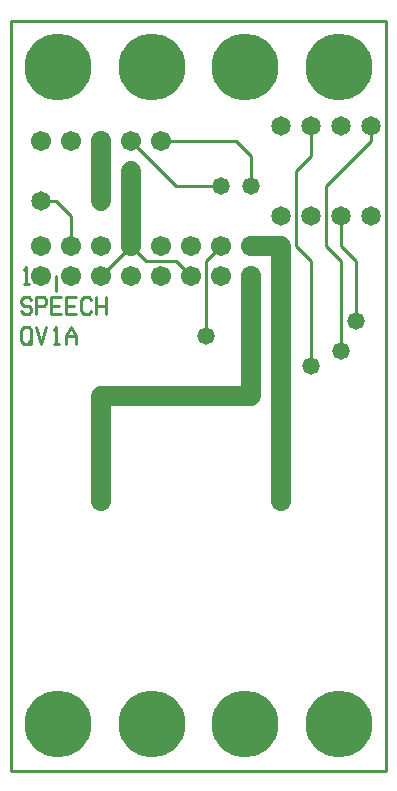
<source format=gtl>
%MOIN*%
%FSLAX25Y25*%
G04 D10 used for Character Trace; *
G04     Circle (OD=.01000) (No hole)*
G04 D11 used for Power Trace; *
G04     Circle (OD=.06700) (No hole)*
G04 D12 used for Signal Trace; *
G04     Circle (OD=.01100) (No hole)*
G04 D13 used for Via; *
G04     Circle (OD=.05800) (Round. Hole ID=.02800)*
G04 D14 used for Component hole; *
G04     Circle (OD=.06500) (Round. Hole ID=.03500)*
G04 D15 used for Component hole; *
G04     Circle (OD=.06700) (Round. Hole ID=.04300)*
G04 D16 used for Component hole; *
G04     Circle (OD=.08100) (Round. Hole ID=.05100)*
G04 D17 used for Component hole; *
G04     Circle (OD=.08900) (Round. Hole ID=.05900)*
G04 D18 used for Component hole; *
G04     Circle (OD=.11300) (Round. Hole ID=.08300)*
G04 D19 used for Component hole; *
G04     Circle (OD=.16000) (Round. Hole ID=.13000)*
G04 D20 used for Component hole; *
G04     Circle (OD=.18300) (Round. Hole ID=.15300)*
G04 D21 used for Component hole; *
G04     Circle (OD=.22291) (Round. Hole ID=.19291)*
%ADD10C,.01000*%
%ADD11C,.06700*%
%ADD12C,.01100*%
%ADD13C,.05800*%
%ADD14C,.06500*%
%ADD15C,.06700*%
%ADD16C,.08100*%
%ADD17C,.08900*%
%ADD18C,.11300*%
%ADD19C,.16000*%
%ADD20C,.18300*%
%ADD21C,.22291*%
%IPPOS*%
%LPD*%
G90*X0Y0D02*D21*X15625Y15625D03*X46875D03*        
X78125D03*D15*X90000Y90000D03*D11*Y175000D01*     
X80000D01*D15*D03*D14*X90000Y185000D03*D15*       
X70000Y165000D03*Y175000D03*D12*X65000Y170000D01* 
Y145000D01*D13*D03*D15*X80000Y165000D03*D11*      
Y125000D01*X30000D01*Y90000D01*D15*D03*D10*       
X6674Y143086D02*X5837Y142129D01*X4163D01*         
X3326Y143086D01*Y146914D01*X4163Y147871D01*       
X5837D01*X6674Y146914D01*Y143086D01*              
X5837Y142129D01*X6674Y143086D01*X5837D02*         
X6674Y142129D01*X8326Y147871D02*X10000Y142129D01* 
X11674Y147871D01*X14163Y146914D02*                
X15000Y147871D01*Y142129D01*X14163D02*X15837D01*  
X18326D02*Y145000D01*X20000Y147871D01*            
X21674Y145000D01*Y142129D01*X18326Y145000D02*     
X21674D01*X6674Y156914D02*X5837Y157871D01*        
X4163D01*X3326Y156914D01*Y155957D01*              
X4163Y155000D01*X5837D01*X6674Y154043D01*         
Y153086D01*X5837Y152129D01*X4163D01*              
X3326Y153086D01*X8326Y152129D02*Y157871D01*       
X10837D01*X11674Y156914D01*Y155957D01*            
X10837Y155000D01*X8326D01*X16674Y152129D02*       
X13326D01*Y157871D01*X16674D01*X13326Y155000D02*  
X15837D01*X21674Y152129D02*X18326D01*Y157871D01*  
X21674D01*X18326Y155000D02*X20837D01*             
X26674Y153086D02*X25837Y152129D01*X24163D01*      
X23326Y153086D01*Y156914D01*X24163Y157871D01*     
X25837D01*X26674Y156914D01*X28326Y152129D02*      
Y157871D01*X31674Y152129D02*Y157871D01*           
X28326Y155000D02*X31674D01*D12*X15000Y160000D02*  
Y165000D01*D15*X20000D03*X10000D03*               
X20000Y175000D03*D12*Y185000D01*X15000Y190000D01* 
X10000D01*D14*D03*D15*Y175000D03*X30000Y210000D03*
D11*Y190000D01*D14*D03*D13*X40000Y200000D03*D11*  
Y175000D01*D15*D03*D12*X30000Y165000D01*D15*D03*  
D12*X45000Y170000D02*X40000Y175000D01*            
X45000Y170000D02*X55000D01*X60000Y165000D01*D15*  
D03*X50000Y175000D03*X60000D03*X50000Y165000D03*  
X40000D03*D13*X80000Y195000D03*D12*Y205000D01*    
X75000Y210000D01*X50000D01*D15*D03*X40000D03*D12* 
X55000Y195000D01*X70000D01*D13*D03*D14*           
X90000Y215000D03*D12*X100000Y170000D02*           
X95000Y175000D01*X100000Y135000D02*Y170000D01*D13*
Y135000D03*X110000Y140000D03*D12*Y170000D01*      
X105000Y175000D01*Y195000D01*X120000Y210000D01*   
Y215000D01*D14*D03*X110000D03*X100000D03*D12*     
Y205000D01*X95000Y200000D01*Y175000D01*D14*       
X100000Y185000D03*D12*X115000Y170000D02*          
X110000Y175000D01*X115000Y150000D02*Y170000D01*   
D13*Y150000D03*D12*X110000Y175000D02*Y185000D01*  
D14*D03*X120000D03*D21*X109375Y234375D03*         
X78125D03*X46875D03*D12*X125000Y0D02*Y250000D01*  
X0Y0D02*X125000D01*X0D02*Y250000D01*X125000D01*   
D15*X30000Y175000D03*X20000Y210000D03*D21*        
X15625Y234375D03*D15*X10000Y210000D03*D10*        
X4163Y166914D02*X5000Y167871D01*Y162129D01*       
X4163D02*X5837D01*D21*X109375Y15625D03*M02*       

</source>
